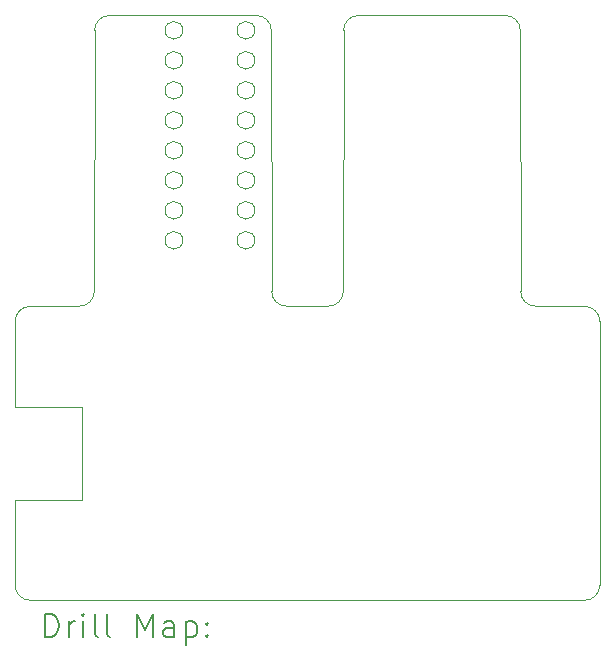
<source format=gbr>
%TF.GenerationSoftware,KiCad,Pcbnew,(6.0.9-0)*%
%TF.CreationDate,2023-12-07T00:14:27+00:00*%
%TF.ProjectId,BalanceBoard,42616c61-6e63-4654-926f-6172642e6b69,rev?*%
%TF.SameCoordinates,Original*%
%TF.FileFunction,Drillmap*%
%TF.FilePolarity,Positive*%
%FSLAX45Y45*%
G04 Gerber Fmt 4.5, Leading zero omitted, Abs format (unit mm)*
G04 Created by KiCad (PCBNEW (6.0.9-0)) date 2023-12-07 00:14:27*
%MOMM*%
%LPD*%
G01*
G04 APERTURE LIST*
%ADD10C,0.050000*%
%ADD11C,0.200000*%
G04 APERTURE END LIST*
D10*
X6820803Y-14781897D02*
G75*
G03*
X6947803Y-14908897I126997J-3D01*
G01*
X2540000Y-15760700D02*
X3111500Y-15760700D01*
X2540903Y-15037703D02*
X2540000Y-15367000D01*
X6818997Y-12573903D02*
X6820803Y-14781897D01*
X3961200Y-13335000D02*
G75*
G03*
X3961200Y-13335000I-75000J0D01*
G01*
X2540903Y-17271097D02*
G75*
G03*
X2667903Y-17398097I126997J-3D01*
G01*
X3961200Y-13589000D02*
G75*
G03*
X3961200Y-13589000I-75000J0D01*
G01*
X3961200Y-14351000D02*
G75*
G03*
X3961200Y-14351000I-75000J0D01*
G01*
X2540000Y-16548100D02*
X2540903Y-17271097D01*
X6818997Y-12573903D02*
G75*
G03*
X6691997Y-12446903I-126997J3D01*
G01*
X3341003Y-12446903D02*
G75*
G03*
X3214003Y-12573903I-3J-126997D01*
G01*
X3111500Y-16548100D02*
X2540000Y-16548100D01*
X4570800Y-13335000D02*
G75*
G03*
X4570800Y-13335000I-75000J0D01*
G01*
X3961200Y-12573000D02*
G75*
G03*
X3961200Y-12573000I-75000J0D01*
G01*
X6947803Y-14908897D02*
X7365097Y-14910703D01*
X4570800Y-13843000D02*
G75*
G03*
X4570800Y-13843000I-75000J0D01*
G01*
X4712603Y-14781897D02*
G75*
G03*
X4839603Y-14908897I126997J-3D01*
G01*
X5449203Y-12446903D02*
X6691997Y-12446903D01*
X7365097Y-17398097D02*
G75*
G03*
X7492097Y-17271097I3J126997D01*
G01*
X7492097Y-15037703D02*
G75*
G03*
X7365097Y-14910703I-126997J3D01*
G01*
X4570800Y-13081000D02*
G75*
G03*
X4570800Y-13081000I-75000J0D01*
G01*
X3085197Y-14908897D02*
X2667903Y-14910703D01*
X3961200Y-13843000D02*
G75*
G03*
X3961200Y-13843000I-75000J0D01*
G01*
X3085197Y-14908897D02*
G75*
G03*
X3212197Y-14781897I3J126997D01*
G01*
X4570800Y-13589000D02*
G75*
G03*
X4570800Y-13589000I-75000J0D01*
G01*
X4570800Y-12827000D02*
G75*
G03*
X4570800Y-12827000I-75000J0D01*
G01*
X3111500Y-15760700D02*
X3111500Y-16548100D01*
X5320397Y-14781897D02*
X5322203Y-12573903D01*
X3961200Y-13081000D02*
G75*
G03*
X3961200Y-13081000I-75000J0D01*
G01*
X2540000Y-15367000D02*
X2540000Y-15760700D01*
X3341003Y-12446903D02*
X4583797Y-12446903D01*
X3212197Y-14781897D02*
X3214003Y-12573903D01*
X3961200Y-12827000D02*
G75*
G03*
X3961200Y-12827000I-75000J0D01*
G01*
X4710797Y-12573903D02*
G75*
G03*
X4583797Y-12446903I-126997J3D01*
G01*
X4570800Y-14097000D02*
G75*
G03*
X4570800Y-14097000I-75000J0D01*
G01*
X3961200Y-14097000D02*
G75*
G03*
X3961200Y-14097000I-75000J0D01*
G01*
X2667903Y-14910703D02*
G75*
G03*
X2540903Y-15037703I-3J-126997D01*
G01*
X5449203Y-12446903D02*
G75*
G03*
X5322203Y-12573903I-3J-126997D01*
G01*
X4570800Y-12573000D02*
G75*
G03*
X4570800Y-12573000I-75000J0D01*
G01*
X5193397Y-14908897D02*
G75*
G03*
X5320397Y-14781897I3J126997D01*
G01*
X2667903Y-17398097D02*
X7365097Y-17398097D01*
X4710797Y-12573903D02*
X4712603Y-14781897D01*
X4570800Y-14351000D02*
G75*
G03*
X4570800Y-14351000I-75000J0D01*
G01*
X7492097Y-17271097D02*
X7492097Y-15037703D01*
X4839603Y-14908897D02*
X5193397Y-14908897D01*
D11*
X2795119Y-17711074D02*
X2795119Y-17511074D01*
X2842738Y-17511074D01*
X2871309Y-17520597D01*
X2890357Y-17539645D01*
X2899881Y-17558693D01*
X2909405Y-17596788D01*
X2909405Y-17625359D01*
X2899881Y-17663455D01*
X2890357Y-17682502D01*
X2871309Y-17701550D01*
X2842738Y-17711074D01*
X2795119Y-17711074D01*
X2995119Y-17711074D02*
X2995119Y-17577740D01*
X2995119Y-17615835D02*
X3004643Y-17596788D01*
X3014167Y-17587264D01*
X3033214Y-17577740D01*
X3052262Y-17577740D01*
X3118928Y-17711074D02*
X3118928Y-17577740D01*
X3118928Y-17511074D02*
X3109405Y-17520597D01*
X3118928Y-17530121D01*
X3128452Y-17520597D01*
X3118928Y-17511074D01*
X3118928Y-17530121D01*
X3242738Y-17711074D02*
X3223690Y-17701550D01*
X3214167Y-17682502D01*
X3214167Y-17511074D01*
X3347500Y-17711074D02*
X3328452Y-17701550D01*
X3318928Y-17682502D01*
X3318928Y-17511074D01*
X3576071Y-17711074D02*
X3576071Y-17511074D01*
X3642738Y-17653931D01*
X3709405Y-17511074D01*
X3709405Y-17711074D01*
X3890357Y-17711074D02*
X3890357Y-17606312D01*
X3880833Y-17587264D01*
X3861786Y-17577740D01*
X3823690Y-17577740D01*
X3804643Y-17587264D01*
X3890357Y-17701550D02*
X3871309Y-17711074D01*
X3823690Y-17711074D01*
X3804643Y-17701550D01*
X3795119Y-17682502D01*
X3795119Y-17663455D01*
X3804643Y-17644407D01*
X3823690Y-17634883D01*
X3871309Y-17634883D01*
X3890357Y-17625359D01*
X3985595Y-17577740D02*
X3985595Y-17777740D01*
X3985595Y-17587264D02*
X4004643Y-17577740D01*
X4042738Y-17577740D01*
X4061786Y-17587264D01*
X4071309Y-17596788D01*
X4080833Y-17615835D01*
X4080833Y-17672978D01*
X4071309Y-17692026D01*
X4061786Y-17701550D01*
X4042738Y-17711074D01*
X4004643Y-17711074D01*
X3985595Y-17701550D01*
X4166548Y-17692026D02*
X4176071Y-17701550D01*
X4166548Y-17711074D01*
X4157024Y-17701550D01*
X4166548Y-17692026D01*
X4166548Y-17711074D01*
X4166548Y-17587264D02*
X4176071Y-17596788D01*
X4166548Y-17606312D01*
X4157024Y-17596788D01*
X4166548Y-17587264D01*
X4166548Y-17606312D01*
M02*

</source>
